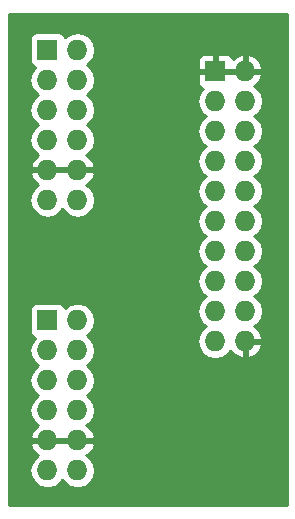
<source format=gbr>
G04 #@! TF.FileFunction,Copper,L2,Bot,Signal*
%FSLAX46Y46*%
G04 Gerber Fmt 4.6, Leading zero omitted, Abs format (unit mm)*
G04 Created by KiCad (PCBNEW 4.0.4+e1-6308~48~ubuntu14.04.1-stable) date Wed Oct 26 00:07:37 2016*
%MOMM*%
%LPD*%
G01*
G04 APERTURE LIST*
%ADD10C,0.100000*%
%ADD11R,1.727200X1.727200*%
%ADD12O,1.727200X1.727200*%
%ADD13C,0.254000*%
G04 APERTURE END LIST*
D10*
D11*
X14210000Y-1800000D03*
D12*
X16750000Y-1800000D03*
X14210000Y-4340000D03*
X16750000Y-4340000D03*
X14210000Y-6880000D03*
X16750000Y-6880000D03*
X14210000Y-9420000D03*
X16750000Y-9420000D03*
X14210000Y-11960000D03*
X16750000Y-11960000D03*
X14210000Y-14500000D03*
X16750000Y-14500000D03*
X14210000Y-17040000D03*
X16750000Y-17040000D03*
X14210000Y-19580000D03*
X16750000Y-19580000D03*
X14210000Y-22120000D03*
X16750000Y-22120000D03*
X14210000Y-24660000D03*
X16750000Y-24660000D03*
D11*
X0Y0D03*
D12*
X2540000Y0D03*
X0Y-2540000D03*
X2540000Y-2540000D03*
X0Y-5080000D03*
X2540000Y-5080000D03*
X0Y-7620000D03*
X2540000Y-7620000D03*
X0Y-10160000D03*
X2540000Y-10160000D03*
X0Y-12700000D03*
X2540000Y-12700000D03*
D11*
X0Y-22900000D03*
D12*
X2540000Y-22900000D03*
X0Y-25440000D03*
X2540000Y-25440000D03*
X0Y-27980000D03*
X2540000Y-27980000D03*
X0Y-30520000D03*
X2540000Y-30520000D03*
X0Y-33060000D03*
X2540000Y-33060000D03*
X0Y-35600000D03*
X2540000Y-35600000D03*
D13*
G36*
X20290000Y-38540000D02*
X-3290000Y-38540000D01*
X-3290000Y-35600000D01*
X-1527959Y-35600000D01*
X-1413885Y-36173489D01*
X-1089029Y-36659670D01*
X-602848Y-36984526D01*
X-29359Y-37098600D01*
X29359Y-37098600D01*
X602848Y-36984526D01*
X1089029Y-36659670D01*
X1270000Y-36388828D01*
X1450971Y-36659670D01*
X1937152Y-36984526D01*
X2510641Y-37098600D01*
X2569359Y-37098600D01*
X3142848Y-36984526D01*
X3629029Y-36659670D01*
X3953885Y-36173489D01*
X4067959Y-35600000D01*
X3953885Y-35026511D01*
X3629029Y-34540330D01*
X3305772Y-34324336D01*
X3428490Y-34266821D01*
X3822688Y-33834947D01*
X3994958Y-33419026D01*
X3873817Y-33187000D01*
X2667000Y-33187000D01*
X2667000Y-33207000D01*
X2413000Y-33207000D01*
X2413000Y-33187000D01*
X127000Y-33187000D01*
X127000Y-33207000D01*
X-127000Y-33207000D01*
X-127000Y-33187000D01*
X-1333817Y-33187000D01*
X-1454958Y-33419026D01*
X-1282688Y-33834947D01*
X-888490Y-34266821D01*
X-765772Y-34324336D01*
X-1089029Y-34540330D01*
X-1413885Y-35026511D01*
X-1527959Y-35600000D01*
X-3290000Y-35600000D01*
X-3290000Y-25440000D01*
X-1527959Y-25440000D01*
X-1413885Y-26013489D01*
X-1089029Y-26499670D01*
X-774248Y-26710000D01*
X-1089029Y-26920330D01*
X-1413885Y-27406511D01*
X-1527959Y-27980000D01*
X-1413885Y-28553489D01*
X-1089029Y-29039670D01*
X-774248Y-29250000D01*
X-1089029Y-29460330D01*
X-1413885Y-29946511D01*
X-1527959Y-30520000D01*
X-1413885Y-31093489D01*
X-1089029Y-31579670D01*
X-765772Y-31795664D01*
X-888490Y-31853179D01*
X-1282688Y-32285053D01*
X-1454958Y-32700974D01*
X-1333817Y-32933000D01*
X-127000Y-32933000D01*
X-127000Y-32913000D01*
X127000Y-32913000D01*
X127000Y-32933000D01*
X2413000Y-32933000D01*
X2413000Y-32913000D01*
X2667000Y-32913000D01*
X2667000Y-32933000D01*
X3873817Y-32933000D01*
X3994958Y-32700974D01*
X3822688Y-32285053D01*
X3428490Y-31853179D01*
X3305772Y-31795664D01*
X3629029Y-31579670D01*
X3953885Y-31093489D01*
X4067959Y-30520000D01*
X3953885Y-29946511D01*
X3629029Y-29460330D01*
X3314248Y-29250000D01*
X3629029Y-29039670D01*
X3953885Y-28553489D01*
X4067959Y-27980000D01*
X3953885Y-27406511D01*
X3629029Y-26920330D01*
X3314248Y-26710000D01*
X3629029Y-26499670D01*
X3953885Y-26013489D01*
X4067959Y-25440000D01*
X3953885Y-24866511D01*
X3629029Y-24380330D01*
X3314248Y-24170000D01*
X3629029Y-23959670D01*
X3953885Y-23473489D01*
X4067959Y-22900000D01*
X3953885Y-22326511D01*
X3629029Y-21840330D01*
X3142848Y-21515474D01*
X2569359Y-21401400D01*
X2510641Y-21401400D01*
X1937152Y-21515474D01*
X1471558Y-21826574D01*
X1466762Y-21801083D01*
X1327690Y-21584959D01*
X1115490Y-21439969D01*
X863600Y-21388960D01*
X-863600Y-21388960D01*
X-1098917Y-21433238D01*
X-1315041Y-21572310D01*
X-1460031Y-21784510D01*
X-1511040Y-22036400D01*
X-1511040Y-23763600D01*
X-1466762Y-23998917D01*
X-1327690Y-24215041D01*
X-1115490Y-24360031D01*
X-1071869Y-24368864D01*
X-1089029Y-24380330D01*
X-1413885Y-24866511D01*
X-1527959Y-25440000D01*
X-3290000Y-25440000D01*
X-3290000Y-12700000D01*
X-1527959Y-12700000D01*
X-1413885Y-13273489D01*
X-1089029Y-13759670D01*
X-602848Y-14084526D01*
X-29359Y-14198600D01*
X29359Y-14198600D01*
X602848Y-14084526D01*
X1089029Y-13759670D01*
X1270000Y-13488828D01*
X1450971Y-13759670D01*
X1937152Y-14084526D01*
X2510641Y-14198600D01*
X2569359Y-14198600D01*
X3142848Y-14084526D01*
X3629029Y-13759670D01*
X3953885Y-13273489D01*
X4067959Y-12700000D01*
X3953885Y-12126511D01*
X3629029Y-11640330D01*
X3305772Y-11424336D01*
X3428490Y-11366821D01*
X3822688Y-10934947D01*
X3994958Y-10519026D01*
X3873817Y-10287000D01*
X2667000Y-10287000D01*
X2667000Y-10307000D01*
X2413000Y-10307000D01*
X2413000Y-10287000D01*
X127000Y-10287000D01*
X127000Y-10307000D01*
X-127000Y-10307000D01*
X-127000Y-10287000D01*
X-1333817Y-10287000D01*
X-1454958Y-10519026D01*
X-1282688Y-10934947D01*
X-888490Y-11366821D01*
X-765772Y-11424336D01*
X-1089029Y-11640330D01*
X-1413885Y-12126511D01*
X-1527959Y-12700000D01*
X-3290000Y-12700000D01*
X-3290000Y-2540000D01*
X-1527959Y-2540000D01*
X-1413885Y-3113489D01*
X-1089029Y-3599670D01*
X-774248Y-3810000D01*
X-1089029Y-4020330D01*
X-1413885Y-4506511D01*
X-1527959Y-5080000D01*
X-1413885Y-5653489D01*
X-1089029Y-6139670D01*
X-774248Y-6350000D01*
X-1089029Y-6560330D01*
X-1413885Y-7046511D01*
X-1527959Y-7620000D01*
X-1413885Y-8193489D01*
X-1089029Y-8679670D01*
X-765772Y-8895664D01*
X-888490Y-8953179D01*
X-1282688Y-9385053D01*
X-1454958Y-9800974D01*
X-1333817Y-10033000D01*
X-127000Y-10033000D01*
X-127000Y-10013000D01*
X127000Y-10013000D01*
X127000Y-10033000D01*
X2413000Y-10033000D01*
X2413000Y-10013000D01*
X2667000Y-10013000D01*
X2667000Y-10033000D01*
X3873817Y-10033000D01*
X3994958Y-9800974D01*
X3822688Y-9385053D01*
X3428490Y-8953179D01*
X3305772Y-8895664D01*
X3629029Y-8679670D01*
X3953885Y-8193489D01*
X4067959Y-7620000D01*
X3953885Y-7046511D01*
X3629029Y-6560330D01*
X3314248Y-6350000D01*
X3629029Y-6139670D01*
X3953885Y-5653489D01*
X4067959Y-5080000D01*
X3953885Y-4506511D01*
X3842626Y-4340000D01*
X12682041Y-4340000D01*
X12796115Y-4913489D01*
X13120971Y-5399670D01*
X13435752Y-5610000D01*
X13120971Y-5820330D01*
X12796115Y-6306511D01*
X12682041Y-6880000D01*
X12796115Y-7453489D01*
X13120971Y-7939670D01*
X13435752Y-8150000D01*
X13120971Y-8360330D01*
X12796115Y-8846511D01*
X12682041Y-9420000D01*
X12796115Y-9993489D01*
X13120971Y-10479670D01*
X13435752Y-10690000D01*
X13120971Y-10900330D01*
X12796115Y-11386511D01*
X12682041Y-11960000D01*
X12796115Y-12533489D01*
X13120971Y-13019670D01*
X13435752Y-13230000D01*
X13120971Y-13440330D01*
X12796115Y-13926511D01*
X12682041Y-14500000D01*
X12796115Y-15073489D01*
X13120971Y-15559670D01*
X13435752Y-15770000D01*
X13120971Y-15980330D01*
X12796115Y-16466511D01*
X12682041Y-17040000D01*
X12796115Y-17613489D01*
X13120971Y-18099670D01*
X13435752Y-18310000D01*
X13120971Y-18520330D01*
X12796115Y-19006511D01*
X12682041Y-19580000D01*
X12796115Y-20153489D01*
X13120971Y-20639670D01*
X13435752Y-20850000D01*
X13120971Y-21060330D01*
X12796115Y-21546511D01*
X12682041Y-22120000D01*
X12796115Y-22693489D01*
X13120971Y-23179670D01*
X13435752Y-23390000D01*
X13120971Y-23600330D01*
X12796115Y-24086511D01*
X12682041Y-24660000D01*
X12796115Y-25233489D01*
X13120971Y-25719670D01*
X13607152Y-26044526D01*
X14180641Y-26158600D01*
X14239359Y-26158600D01*
X14812848Y-26044526D01*
X15299029Y-25719670D01*
X15479992Y-25448839D01*
X15861510Y-25866821D01*
X16390973Y-26114968D01*
X16623000Y-25994469D01*
X16623000Y-24787000D01*
X16877000Y-24787000D01*
X16877000Y-25994469D01*
X17109027Y-26114968D01*
X17638490Y-25866821D01*
X18032688Y-25434947D01*
X18204958Y-25019026D01*
X18083817Y-24787000D01*
X16877000Y-24787000D01*
X16623000Y-24787000D01*
X16603000Y-24787000D01*
X16603000Y-24533000D01*
X16623000Y-24533000D01*
X16623000Y-24513000D01*
X16877000Y-24513000D01*
X16877000Y-24533000D01*
X18083817Y-24533000D01*
X18204958Y-24300974D01*
X18032688Y-23885053D01*
X17638490Y-23453179D01*
X17515772Y-23395664D01*
X17839029Y-23179670D01*
X18163885Y-22693489D01*
X18277959Y-22120000D01*
X18163885Y-21546511D01*
X17839029Y-21060330D01*
X17524248Y-20850000D01*
X17839029Y-20639670D01*
X18163885Y-20153489D01*
X18277959Y-19580000D01*
X18163885Y-19006511D01*
X17839029Y-18520330D01*
X17524248Y-18310000D01*
X17839029Y-18099670D01*
X18163885Y-17613489D01*
X18277959Y-17040000D01*
X18163885Y-16466511D01*
X17839029Y-15980330D01*
X17524248Y-15770000D01*
X17839029Y-15559670D01*
X18163885Y-15073489D01*
X18277959Y-14500000D01*
X18163885Y-13926511D01*
X17839029Y-13440330D01*
X17524248Y-13230000D01*
X17839029Y-13019670D01*
X18163885Y-12533489D01*
X18277959Y-11960000D01*
X18163885Y-11386511D01*
X17839029Y-10900330D01*
X17524248Y-10690000D01*
X17839029Y-10479670D01*
X18163885Y-9993489D01*
X18277959Y-9420000D01*
X18163885Y-8846511D01*
X17839029Y-8360330D01*
X17524248Y-8150000D01*
X17839029Y-7939670D01*
X18163885Y-7453489D01*
X18277959Y-6880000D01*
X18163885Y-6306511D01*
X17839029Y-5820330D01*
X17524248Y-5610000D01*
X17839029Y-5399670D01*
X18163885Y-4913489D01*
X18277959Y-4340000D01*
X18163885Y-3766511D01*
X17839029Y-3280330D01*
X17515772Y-3064336D01*
X17638490Y-3006821D01*
X18032688Y-2574947D01*
X18204958Y-2159026D01*
X18083817Y-1927000D01*
X16877000Y-1927000D01*
X16877000Y-1947000D01*
X16623000Y-1947000D01*
X16623000Y-1927000D01*
X14337000Y-1927000D01*
X14337000Y-1947000D01*
X14083000Y-1947000D01*
X14083000Y-1927000D01*
X12870150Y-1927000D01*
X12711400Y-2085750D01*
X12711400Y-2789910D01*
X12808073Y-3023299D01*
X12986702Y-3201927D01*
X13142023Y-3266263D01*
X13120971Y-3280330D01*
X12796115Y-3766511D01*
X12682041Y-4340000D01*
X3842626Y-4340000D01*
X3629029Y-4020330D01*
X3314248Y-3810000D01*
X3629029Y-3599670D01*
X3953885Y-3113489D01*
X4067959Y-2540000D01*
X3953885Y-1966511D01*
X3629029Y-1480330D01*
X3314248Y-1270000D01*
X3629029Y-1059670D01*
X3795793Y-810090D01*
X12711400Y-810090D01*
X12711400Y-1514250D01*
X12870150Y-1673000D01*
X14083000Y-1673000D01*
X14083000Y-460150D01*
X14337000Y-460150D01*
X14337000Y-1673000D01*
X16623000Y-1673000D01*
X16623000Y-465531D01*
X16877000Y-465531D01*
X16877000Y-1673000D01*
X18083817Y-1673000D01*
X18204958Y-1440974D01*
X18032688Y-1025053D01*
X17638490Y-593179D01*
X17109027Y-345032D01*
X16877000Y-465531D01*
X16623000Y-465531D01*
X16390973Y-345032D01*
X15861510Y-593179D01*
X15694529Y-776119D01*
X15611927Y-576701D01*
X15433298Y-398073D01*
X15199909Y-301400D01*
X14495750Y-301400D01*
X14337000Y-460150D01*
X14083000Y-460150D01*
X13924250Y-301400D01*
X13220091Y-301400D01*
X12986702Y-398073D01*
X12808073Y-576701D01*
X12711400Y-810090D01*
X3795793Y-810090D01*
X3953885Y-573489D01*
X4067959Y0D01*
X3953885Y573489D01*
X3629029Y1059670D01*
X3142848Y1384526D01*
X2569359Y1498600D01*
X2510641Y1498600D01*
X1937152Y1384526D01*
X1471558Y1073426D01*
X1466762Y1098917D01*
X1327690Y1315041D01*
X1115490Y1460031D01*
X863600Y1511040D01*
X-863600Y1511040D01*
X-1098917Y1466762D01*
X-1315041Y1327690D01*
X-1460031Y1115490D01*
X-1511040Y863600D01*
X-1511040Y-863600D01*
X-1466762Y-1098917D01*
X-1327690Y-1315041D01*
X-1115490Y-1460031D01*
X-1071869Y-1468864D01*
X-1089029Y-1480330D01*
X-1413885Y-1966511D01*
X-1527959Y-2540000D01*
X-3290000Y-2540000D01*
X-3290000Y3040000D01*
X20290000Y3040000D01*
X20290000Y-38540000D01*
X20290000Y-38540000D01*
G37*
X20290000Y-38540000D02*
X-3290000Y-38540000D01*
X-3290000Y-35600000D01*
X-1527959Y-35600000D01*
X-1413885Y-36173489D01*
X-1089029Y-36659670D01*
X-602848Y-36984526D01*
X-29359Y-37098600D01*
X29359Y-37098600D01*
X602848Y-36984526D01*
X1089029Y-36659670D01*
X1270000Y-36388828D01*
X1450971Y-36659670D01*
X1937152Y-36984526D01*
X2510641Y-37098600D01*
X2569359Y-37098600D01*
X3142848Y-36984526D01*
X3629029Y-36659670D01*
X3953885Y-36173489D01*
X4067959Y-35600000D01*
X3953885Y-35026511D01*
X3629029Y-34540330D01*
X3305772Y-34324336D01*
X3428490Y-34266821D01*
X3822688Y-33834947D01*
X3994958Y-33419026D01*
X3873817Y-33187000D01*
X2667000Y-33187000D01*
X2667000Y-33207000D01*
X2413000Y-33207000D01*
X2413000Y-33187000D01*
X127000Y-33187000D01*
X127000Y-33207000D01*
X-127000Y-33207000D01*
X-127000Y-33187000D01*
X-1333817Y-33187000D01*
X-1454958Y-33419026D01*
X-1282688Y-33834947D01*
X-888490Y-34266821D01*
X-765772Y-34324336D01*
X-1089029Y-34540330D01*
X-1413885Y-35026511D01*
X-1527959Y-35600000D01*
X-3290000Y-35600000D01*
X-3290000Y-25440000D01*
X-1527959Y-25440000D01*
X-1413885Y-26013489D01*
X-1089029Y-26499670D01*
X-774248Y-26710000D01*
X-1089029Y-26920330D01*
X-1413885Y-27406511D01*
X-1527959Y-27980000D01*
X-1413885Y-28553489D01*
X-1089029Y-29039670D01*
X-774248Y-29250000D01*
X-1089029Y-29460330D01*
X-1413885Y-29946511D01*
X-1527959Y-30520000D01*
X-1413885Y-31093489D01*
X-1089029Y-31579670D01*
X-765772Y-31795664D01*
X-888490Y-31853179D01*
X-1282688Y-32285053D01*
X-1454958Y-32700974D01*
X-1333817Y-32933000D01*
X-127000Y-32933000D01*
X-127000Y-32913000D01*
X127000Y-32913000D01*
X127000Y-32933000D01*
X2413000Y-32933000D01*
X2413000Y-32913000D01*
X2667000Y-32913000D01*
X2667000Y-32933000D01*
X3873817Y-32933000D01*
X3994958Y-32700974D01*
X3822688Y-32285053D01*
X3428490Y-31853179D01*
X3305772Y-31795664D01*
X3629029Y-31579670D01*
X3953885Y-31093489D01*
X4067959Y-30520000D01*
X3953885Y-29946511D01*
X3629029Y-29460330D01*
X3314248Y-29250000D01*
X3629029Y-29039670D01*
X3953885Y-28553489D01*
X4067959Y-27980000D01*
X3953885Y-27406511D01*
X3629029Y-26920330D01*
X3314248Y-26710000D01*
X3629029Y-26499670D01*
X3953885Y-26013489D01*
X4067959Y-25440000D01*
X3953885Y-24866511D01*
X3629029Y-24380330D01*
X3314248Y-24170000D01*
X3629029Y-23959670D01*
X3953885Y-23473489D01*
X4067959Y-22900000D01*
X3953885Y-22326511D01*
X3629029Y-21840330D01*
X3142848Y-21515474D01*
X2569359Y-21401400D01*
X2510641Y-21401400D01*
X1937152Y-21515474D01*
X1471558Y-21826574D01*
X1466762Y-21801083D01*
X1327690Y-21584959D01*
X1115490Y-21439969D01*
X863600Y-21388960D01*
X-863600Y-21388960D01*
X-1098917Y-21433238D01*
X-1315041Y-21572310D01*
X-1460031Y-21784510D01*
X-1511040Y-22036400D01*
X-1511040Y-23763600D01*
X-1466762Y-23998917D01*
X-1327690Y-24215041D01*
X-1115490Y-24360031D01*
X-1071869Y-24368864D01*
X-1089029Y-24380330D01*
X-1413885Y-24866511D01*
X-1527959Y-25440000D01*
X-3290000Y-25440000D01*
X-3290000Y-12700000D01*
X-1527959Y-12700000D01*
X-1413885Y-13273489D01*
X-1089029Y-13759670D01*
X-602848Y-14084526D01*
X-29359Y-14198600D01*
X29359Y-14198600D01*
X602848Y-14084526D01*
X1089029Y-13759670D01*
X1270000Y-13488828D01*
X1450971Y-13759670D01*
X1937152Y-14084526D01*
X2510641Y-14198600D01*
X2569359Y-14198600D01*
X3142848Y-14084526D01*
X3629029Y-13759670D01*
X3953885Y-13273489D01*
X4067959Y-12700000D01*
X3953885Y-12126511D01*
X3629029Y-11640330D01*
X3305772Y-11424336D01*
X3428490Y-11366821D01*
X3822688Y-10934947D01*
X3994958Y-10519026D01*
X3873817Y-10287000D01*
X2667000Y-10287000D01*
X2667000Y-10307000D01*
X2413000Y-10307000D01*
X2413000Y-10287000D01*
X127000Y-10287000D01*
X127000Y-10307000D01*
X-127000Y-10307000D01*
X-127000Y-10287000D01*
X-1333817Y-10287000D01*
X-1454958Y-10519026D01*
X-1282688Y-10934947D01*
X-888490Y-11366821D01*
X-765772Y-11424336D01*
X-1089029Y-11640330D01*
X-1413885Y-12126511D01*
X-1527959Y-12700000D01*
X-3290000Y-12700000D01*
X-3290000Y-2540000D01*
X-1527959Y-2540000D01*
X-1413885Y-3113489D01*
X-1089029Y-3599670D01*
X-774248Y-3810000D01*
X-1089029Y-4020330D01*
X-1413885Y-4506511D01*
X-1527959Y-5080000D01*
X-1413885Y-5653489D01*
X-1089029Y-6139670D01*
X-774248Y-6350000D01*
X-1089029Y-6560330D01*
X-1413885Y-7046511D01*
X-1527959Y-7620000D01*
X-1413885Y-8193489D01*
X-1089029Y-8679670D01*
X-765772Y-8895664D01*
X-888490Y-8953179D01*
X-1282688Y-9385053D01*
X-1454958Y-9800974D01*
X-1333817Y-10033000D01*
X-127000Y-10033000D01*
X-127000Y-10013000D01*
X127000Y-10013000D01*
X127000Y-10033000D01*
X2413000Y-10033000D01*
X2413000Y-10013000D01*
X2667000Y-10013000D01*
X2667000Y-10033000D01*
X3873817Y-10033000D01*
X3994958Y-9800974D01*
X3822688Y-9385053D01*
X3428490Y-8953179D01*
X3305772Y-8895664D01*
X3629029Y-8679670D01*
X3953885Y-8193489D01*
X4067959Y-7620000D01*
X3953885Y-7046511D01*
X3629029Y-6560330D01*
X3314248Y-6350000D01*
X3629029Y-6139670D01*
X3953885Y-5653489D01*
X4067959Y-5080000D01*
X3953885Y-4506511D01*
X3842626Y-4340000D01*
X12682041Y-4340000D01*
X12796115Y-4913489D01*
X13120971Y-5399670D01*
X13435752Y-5610000D01*
X13120971Y-5820330D01*
X12796115Y-6306511D01*
X12682041Y-6880000D01*
X12796115Y-7453489D01*
X13120971Y-7939670D01*
X13435752Y-8150000D01*
X13120971Y-8360330D01*
X12796115Y-8846511D01*
X12682041Y-9420000D01*
X12796115Y-9993489D01*
X13120971Y-10479670D01*
X13435752Y-10690000D01*
X13120971Y-10900330D01*
X12796115Y-11386511D01*
X12682041Y-11960000D01*
X12796115Y-12533489D01*
X13120971Y-13019670D01*
X13435752Y-13230000D01*
X13120971Y-13440330D01*
X12796115Y-13926511D01*
X12682041Y-14500000D01*
X12796115Y-15073489D01*
X13120971Y-15559670D01*
X13435752Y-15770000D01*
X13120971Y-15980330D01*
X12796115Y-16466511D01*
X12682041Y-17040000D01*
X12796115Y-17613489D01*
X13120971Y-18099670D01*
X13435752Y-18310000D01*
X13120971Y-18520330D01*
X12796115Y-19006511D01*
X12682041Y-19580000D01*
X12796115Y-20153489D01*
X13120971Y-20639670D01*
X13435752Y-20850000D01*
X13120971Y-21060330D01*
X12796115Y-21546511D01*
X12682041Y-22120000D01*
X12796115Y-22693489D01*
X13120971Y-23179670D01*
X13435752Y-23390000D01*
X13120971Y-23600330D01*
X12796115Y-24086511D01*
X12682041Y-24660000D01*
X12796115Y-25233489D01*
X13120971Y-25719670D01*
X13607152Y-26044526D01*
X14180641Y-26158600D01*
X14239359Y-26158600D01*
X14812848Y-26044526D01*
X15299029Y-25719670D01*
X15479992Y-25448839D01*
X15861510Y-25866821D01*
X16390973Y-26114968D01*
X16623000Y-25994469D01*
X16623000Y-24787000D01*
X16877000Y-24787000D01*
X16877000Y-25994469D01*
X17109027Y-26114968D01*
X17638490Y-25866821D01*
X18032688Y-25434947D01*
X18204958Y-25019026D01*
X18083817Y-24787000D01*
X16877000Y-24787000D01*
X16623000Y-24787000D01*
X16603000Y-24787000D01*
X16603000Y-24533000D01*
X16623000Y-24533000D01*
X16623000Y-24513000D01*
X16877000Y-24513000D01*
X16877000Y-24533000D01*
X18083817Y-24533000D01*
X18204958Y-24300974D01*
X18032688Y-23885053D01*
X17638490Y-23453179D01*
X17515772Y-23395664D01*
X17839029Y-23179670D01*
X18163885Y-22693489D01*
X18277959Y-22120000D01*
X18163885Y-21546511D01*
X17839029Y-21060330D01*
X17524248Y-20850000D01*
X17839029Y-20639670D01*
X18163885Y-20153489D01*
X18277959Y-19580000D01*
X18163885Y-19006511D01*
X17839029Y-18520330D01*
X17524248Y-18310000D01*
X17839029Y-18099670D01*
X18163885Y-17613489D01*
X18277959Y-17040000D01*
X18163885Y-16466511D01*
X17839029Y-15980330D01*
X17524248Y-15770000D01*
X17839029Y-15559670D01*
X18163885Y-15073489D01*
X18277959Y-14500000D01*
X18163885Y-13926511D01*
X17839029Y-13440330D01*
X17524248Y-13230000D01*
X17839029Y-13019670D01*
X18163885Y-12533489D01*
X18277959Y-11960000D01*
X18163885Y-11386511D01*
X17839029Y-10900330D01*
X17524248Y-10690000D01*
X17839029Y-10479670D01*
X18163885Y-9993489D01*
X18277959Y-9420000D01*
X18163885Y-8846511D01*
X17839029Y-8360330D01*
X17524248Y-8150000D01*
X17839029Y-7939670D01*
X18163885Y-7453489D01*
X18277959Y-6880000D01*
X18163885Y-6306511D01*
X17839029Y-5820330D01*
X17524248Y-5610000D01*
X17839029Y-5399670D01*
X18163885Y-4913489D01*
X18277959Y-4340000D01*
X18163885Y-3766511D01*
X17839029Y-3280330D01*
X17515772Y-3064336D01*
X17638490Y-3006821D01*
X18032688Y-2574947D01*
X18204958Y-2159026D01*
X18083817Y-1927000D01*
X16877000Y-1927000D01*
X16877000Y-1947000D01*
X16623000Y-1947000D01*
X16623000Y-1927000D01*
X14337000Y-1927000D01*
X14337000Y-1947000D01*
X14083000Y-1947000D01*
X14083000Y-1927000D01*
X12870150Y-1927000D01*
X12711400Y-2085750D01*
X12711400Y-2789910D01*
X12808073Y-3023299D01*
X12986702Y-3201927D01*
X13142023Y-3266263D01*
X13120971Y-3280330D01*
X12796115Y-3766511D01*
X12682041Y-4340000D01*
X3842626Y-4340000D01*
X3629029Y-4020330D01*
X3314248Y-3810000D01*
X3629029Y-3599670D01*
X3953885Y-3113489D01*
X4067959Y-2540000D01*
X3953885Y-1966511D01*
X3629029Y-1480330D01*
X3314248Y-1270000D01*
X3629029Y-1059670D01*
X3795793Y-810090D01*
X12711400Y-810090D01*
X12711400Y-1514250D01*
X12870150Y-1673000D01*
X14083000Y-1673000D01*
X14083000Y-460150D01*
X14337000Y-460150D01*
X14337000Y-1673000D01*
X16623000Y-1673000D01*
X16623000Y-465531D01*
X16877000Y-465531D01*
X16877000Y-1673000D01*
X18083817Y-1673000D01*
X18204958Y-1440974D01*
X18032688Y-1025053D01*
X17638490Y-593179D01*
X17109027Y-345032D01*
X16877000Y-465531D01*
X16623000Y-465531D01*
X16390973Y-345032D01*
X15861510Y-593179D01*
X15694529Y-776119D01*
X15611927Y-576701D01*
X15433298Y-398073D01*
X15199909Y-301400D01*
X14495750Y-301400D01*
X14337000Y-460150D01*
X14083000Y-460150D01*
X13924250Y-301400D01*
X13220091Y-301400D01*
X12986702Y-398073D01*
X12808073Y-576701D01*
X12711400Y-810090D01*
X3795793Y-810090D01*
X3953885Y-573489D01*
X4067959Y0D01*
X3953885Y573489D01*
X3629029Y1059670D01*
X3142848Y1384526D01*
X2569359Y1498600D01*
X2510641Y1498600D01*
X1937152Y1384526D01*
X1471558Y1073426D01*
X1466762Y1098917D01*
X1327690Y1315041D01*
X1115490Y1460031D01*
X863600Y1511040D01*
X-863600Y1511040D01*
X-1098917Y1466762D01*
X-1315041Y1327690D01*
X-1460031Y1115490D01*
X-1511040Y863600D01*
X-1511040Y-863600D01*
X-1466762Y-1098917D01*
X-1327690Y-1315041D01*
X-1115490Y-1460031D01*
X-1071869Y-1468864D01*
X-1089029Y-1480330D01*
X-1413885Y-1966511D01*
X-1527959Y-2540000D01*
X-3290000Y-2540000D01*
X-3290000Y3040000D01*
X20290000Y3040000D01*
X20290000Y-38540000D01*
M02*

</source>
